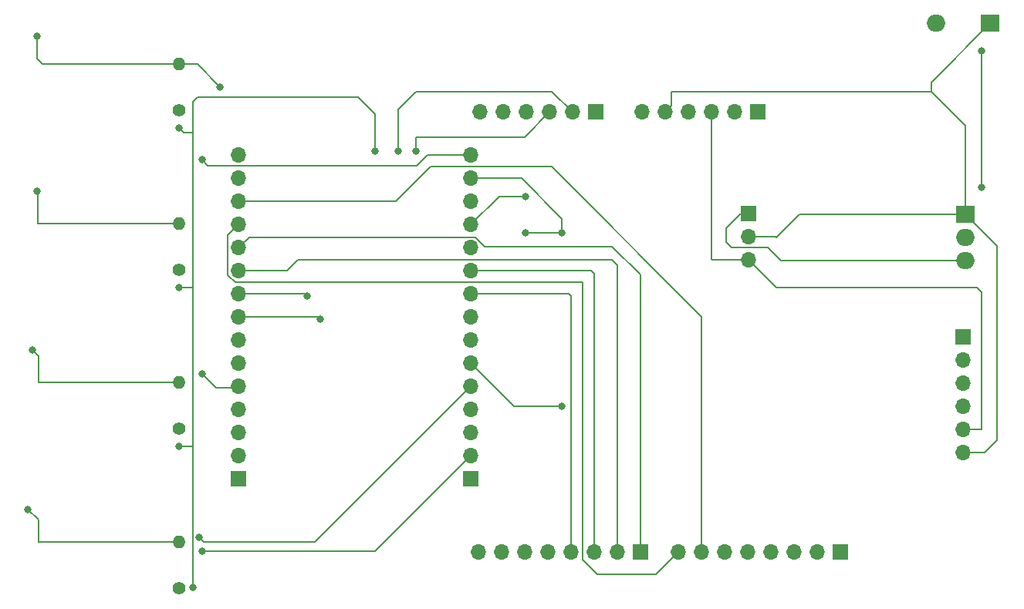
<source format=gbr>
%TF.GenerationSoftware,KiCad,Pcbnew,9.0.0*%
%TF.CreationDate,2025-03-21T00:34:27+09:00*%
%TF.ProjectId,osuino_v1,6f737569-6e6f-45f7-9631-2e6b69636164,rev?*%
%TF.SameCoordinates,Original*%
%TF.FileFunction,Copper,L1,Top*%
%TF.FilePolarity,Positive*%
%FSLAX46Y46*%
G04 Gerber Fmt 4.6, Leading zero omitted, Abs format (unit mm)*
G04 Created by KiCad (PCBNEW 9.0.0) date 2025-03-21 00:34:27*
%MOMM*%
%LPD*%
G01*
G04 APERTURE LIST*
%TA.AperFunction,ComponentPad*%
%ADD10R,2.000000X1.905000*%
%TD*%
%TA.AperFunction,ComponentPad*%
%ADD11O,2.000000X1.905000*%
%TD*%
%TA.AperFunction,ComponentPad*%
%ADD12C,1.400000*%
%TD*%
%TA.AperFunction,ComponentPad*%
%ADD13O,1.400000X1.400000*%
%TD*%
%TA.AperFunction,ComponentPad*%
%ADD14R,1.700000X1.700000*%
%TD*%
%TA.AperFunction,ComponentPad*%
%ADD15O,1.700000X1.700000*%
%TD*%
%TA.AperFunction,ViaPad*%
%ADD16C,0.800000*%
%TD*%
%TA.AperFunction,Conductor*%
%ADD17C,0.200000*%
%TD*%
G04 APERTURE END LIST*
D10*
%TO.P,U1,1,GND*%
%TO.N,GND*%
X199230000Y-85960000D03*
D11*
%TO.P,U1,2,VO*%
%TO.N,Net-(J5-Pin_15)*%
X199230000Y-88500000D03*
%TO.P,U1,3,VI*%
%TO.N,VCC*%
X199230000Y-91040000D03*
%TD*%
D12*
%TO.P,R2,1*%
%TO.N,GND*%
X113000000Y-92080000D03*
D13*
%TO.P,R2,2*%
%TO.N,Net-(J6-Pin_5)*%
X113000000Y-87000000D03*
%TD*%
D11*
%TO.P,,3,VI*%
%TO.N,VCC*%
X196000000Y-65000000D03*
%TD*%
D14*
%TO.P,J8,1,Pin_1*%
%TO.N,Net-(J5-Pin_8)*%
X199000000Y-99460000D03*
D15*
%TO.P,J8,2,Pin_2*%
%TO.N,Net-(J5-Pin_7)*%
X199000000Y-102000000D03*
%TO.P,J8,3,Pin_3*%
%TO.N,Net-(J5-Pin_1)*%
X199000000Y-104540000D03*
%TO.P,J8,4,Pin_4*%
%TO.N,Net-(J5-Pin_6)*%
X199000000Y-107080000D03*
%TO.P,J8,5,Pin_5*%
%TO.N,Net-(J3-Pin_3)*%
X199000000Y-109620000D03*
%TO.P,J8,6,Pin_6*%
%TO.N,GND*%
X199000000Y-112160000D03*
%TD*%
D14*
%TO.P,J3,1,Pin_1*%
%TO.N,unconnected-(J3-Pin_1-Pad1)*%
X176490000Y-74700000D03*
D15*
%TO.P,J3,2,Pin_2*%
%TO.N,unconnected-(J3-Pin_2-Pad2)*%
X173950000Y-74700000D03*
%TO.P,J3,3,Pin_3*%
%TO.N,Net-(J3-Pin_3)*%
X171410000Y-74700000D03*
%TO.P,J3,4,Pin_4*%
%TO.N,unconnected-(J3-Pin_4-Pad4)*%
X168870000Y-74700000D03*
%TO.P,J3,5,Pin_5*%
%TO.N,GND*%
X166330000Y-74700000D03*
%TO.P,J3,6,Pin_6*%
%TO.N,unconnected-(J3-Pin_6-Pad6)*%
X163790000Y-74700000D03*
%TD*%
D14*
%TO.P,J4,1,Pin_1*%
%TO.N,Net-(J4-Pin_1)*%
X158690000Y-74760000D03*
D15*
%TO.P,J4,2,Pin_2*%
%TO.N,Net-(J4-Pin_2)*%
X156150000Y-74760000D03*
%TO.P,J4,3,Pin_3*%
%TO.N,Net-(J4-Pin_3)*%
X153610000Y-74760000D03*
%TO.P,J4,4,Pin_4*%
%TO.N,Net-(J4-Pin_4)*%
X151070000Y-74760000D03*
%TO.P,J4,5,Pin_5*%
%TO.N,Net-(J4-Pin_5)*%
X148530000Y-74760000D03*
%TO.P,J4,6,Pin_6*%
%TO.N,unconnected-(J4-Pin_6-Pad6)*%
X145990000Y-74760000D03*
%TD*%
D12*
%TO.P,R3,1*%
%TO.N,GND*%
X113000000Y-109540000D03*
D13*
%TO.P,R3,2*%
%TO.N,Net-(J5-Pin_5)*%
X113000000Y-104460000D03*
%TD*%
D12*
%TO.P,R4,1*%
%TO.N,GND*%
X113000000Y-127040000D03*
D13*
%TO.P,R4,2*%
%TO.N,Net-(J5-Pin_2)*%
X113000000Y-121960000D03*
%TD*%
D14*
%TO.P,J1,1,Pin_1*%
%TO.N,unconnected-(J1-Pin_1-Pad1)*%
X185510000Y-123060000D03*
D15*
%TO.P,J1,2,Pin_2*%
%TO.N,unconnected-(J1-Pin_2-Pad2)*%
X182970000Y-123060000D03*
%TO.P,J1,3,Pin_3*%
%TO.N,unconnected-(J1-Pin_3-Pad3)*%
X180430000Y-123060000D03*
%TO.P,J1,4,Pin_4*%
%TO.N,unconnected-(J1-Pin_4-Pad4)*%
X177890000Y-123060000D03*
%TO.P,J1,5,Pin_5*%
%TO.N,unconnected-(J1-Pin_5-Pad5)*%
X175350000Y-123060000D03*
%TO.P,J1,6,Pin_6*%
%TO.N,unconnected-(J1-Pin_6-Pad6)*%
X172810000Y-123060000D03*
%TO.P,J1,7,Pin_7*%
%TO.N,Net-(J1-Pin_7)*%
X170270000Y-123060000D03*
%TO.P,J1,8,Pin_8*%
%TO.N,Net-(J1-Pin_8)*%
X167730000Y-123060000D03*
%TD*%
D10*
%TO.P,,1,GND*%
%TO.N,GND*%
X202000000Y-65000000D03*
%TD*%
D14*
%TO.P,J5,1,Pin_1*%
%TO.N,Net-(J5-Pin_1)*%
X145000000Y-115060000D03*
D15*
%TO.P,J5,2,Pin_2*%
%TO.N,Net-(J5-Pin_2)*%
X145000000Y-112520000D03*
%TO.P,J5,3,Pin_3*%
%TO.N,unconnected-(J5-Pin_3-Pad3)*%
X145000000Y-109980000D03*
%TO.P,J5,4,Pin_4*%
%TO.N,unconnected-(J5-Pin_4-Pad4)*%
X145000000Y-107440000D03*
%TO.P,J5,5,Pin_5*%
%TO.N,Net-(J5-Pin_5)*%
X145000000Y-104900000D03*
%TO.P,J5,6,Pin_6*%
%TO.N,Net-(J5-Pin_6)*%
X145000000Y-102360000D03*
%TO.P,J5,7,Pin_7*%
%TO.N,Net-(J5-Pin_7)*%
X145000000Y-99820000D03*
%TO.P,J5,8,Pin_8*%
%TO.N,Net-(J5-Pin_8)*%
X145000000Y-97280000D03*
%TO.P,J5,9,Pin_9*%
%TO.N,Net-(J2-Pin_4)*%
X145000000Y-94740000D03*
%TO.P,J5,10,Pin_10*%
%TO.N,Net-(J2-Pin_3)*%
X145000000Y-92200000D03*
%TO.P,J5,11,Pin_11*%
%TO.N,Net-(J4-Pin_2)*%
X145000000Y-89660000D03*
%TO.P,J5,12,Pin_12*%
%TO.N,Net-(J4-Pin_1)*%
X145000000Y-87120000D03*
%TO.P,J5,13,Pin_13*%
%TO.N,Net-(J4-Pin_3)*%
X145000000Y-84580000D03*
%TO.P,J5,14,Pin_14*%
%TO.N,GND*%
X145000000Y-82040000D03*
%TO.P,J5,15,Pin_15*%
%TO.N,Net-(J5-Pin_15)*%
X145000000Y-79500000D03*
%TD*%
D12*
%TO.P,R1,1*%
%TO.N,GND*%
X113000000Y-74580000D03*
D13*
%TO.P,R1,2*%
%TO.N,Net-(J6-Pin_4)*%
X113000000Y-69500000D03*
%TD*%
D14*
%TO.P,J7,1,Pin_1*%
%TO.N,VCC*%
X175500000Y-85920000D03*
D15*
%TO.P,J7,2,Pin_2*%
%TO.N,GND*%
X175500000Y-88460000D03*
%TO.P,J7,3,Pin_3*%
%TO.N,Net-(J3-Pin_3)*%
X175500000Y-91000000D03*
%TD*%
D14*
%TO.P,J6,1,Pin_1*%
%TO.N,unconnected-(J6-Pin_1-Pad1)*%
X119500000Y-115060000D03*
D15*
%TO.P,J6,2,Pin_2*%
%TO.N,unconnected-(J6-Pin_2-Pad2)*%
X119500000Y-112520000D03*
%TO.P,J6,3,Pin_3*%
%TO.N,unconnected-(J6-Pin_3-Pad3)*%
X119500000Y-109980000D03*
%TO.P,J6,4,Pin_4*%
%TO.N,Net-(J6-Pin_4)*%
X119500000Y-107440000D03*
%TO.P,J6,5,Pin_5*%
%TO.N,Net-(J6-Pin_5)*%
X119500000Y-104900000D03*
%TO.P,J6,6,Pin_6*%
%TO.N,Net-(J4-Pin_5)*%
X119500000Y-102360000D03*
%TO.P,J6,7,Pin_7*%
%TO.N,Net-(J4-Pin_4)*%
X119500000Y-99820000D03*
%TO.P,J6,8,Pin_8*%
%TO.N,Net-(J2-Pin_5)*%
X119500000Y-97280000D03*
%TO.P,J6,9,Pin_9*%
%TO.N,Net-(J2-Pin_6)*%
X119500000Y-94740000D03*
%TO.P,J6,10,Pin_10*%
%TO.N,Net-(J2-Pin_2)*%
X119500000Y-92200000D03*
%TO.P,J6,11,Pin_11*%
%TO.N,Net-(J2-Pin_1)*%
X119500000Y-89660000D03*
%TO.P,J6,12,Pin_12*%
%TO.N,Net-(J1-Pin_8)*%
X119500000Y-87120000D03*
%TO.P,J6,13,Pin_13*%
%TO.N,Net-(J1-Pin_7)*%
X119500000Y-84580000D03*
%TO.P,J6,14,Pin_14*%
%TO.N,unconnected-(J6-Pin_14-Pad14)*%
X119500000Y-82040000D03*
%TO.P,J6,15,Pin_15*%
%TO.N,unconnected-(J6-Pin_15-Pad15)*%
X119500000Y-79500000D03*
%TD*%
D14*
%TO.P,J2,1,Pin_1*%
%TO.N,Net-(J2-Pin_1)*%
X163610000Y-123070000D03*
D15*
%TO.P,J2,2,Pin_2*%
%TO.N,Net-(J2-Pin_2)*%
X161070000Y-123070000D03*
%TO.P,J2,3,Pin_3*%
%TO.N,Net-(J2-Pin_3)*%
X158530000Y-123070000D03*
%TO.P,J2,4,Pin_4*%
%TO.N,Net-(J2-Pin_4)*%
X155990000Y-123070000D03*
%TO.P,J2,5,Pin_5*%
%TO.N,Net-(J2-Pin_5)*%
X153450000Y-123070000D03*
%TO.P,J2,6,Pin_6*%
%TO.N,Net-(J2-Pin_6)*%
X150910000Y-123070000D03*
%TO.P,J2,7,Pin_7*%
%TO.N,unconnected-(J2-Pin_7-Pad7)*%
X148370000Y-123070000D03*
%TO.P,J2,8,Pin_8*%
%TO.N,unconnected-(J2-Pin_8-Pad8)*%
X145830000Y-123070000D03*
%TD*%
D16*
%TO.N,Net-(J5-Pin_2)*%
X115500000Y-123000000D03*
%TO.N,Net-(J5-Pin_5)*%
X115200000Y-121500000D03*
%TO.N,Net-(J6-Pin_4)*%
X97410000Y-66410000D03*
%TO.N,Net-(J6-Pin_5)*%
X97410000Y-83410000D03*
%TO.N,Net-(J5-Pin_5)*%
X96910000Y-100910000D03*
%TO.N,Net-(J5-Pin_2)*%
X96410000Y-118410000D03*
%TO.N,GND*%
X114500000Y-127000000D03*
X113000000Y-111500000D03*
X113000000Y-94000000D03*
X113000000Y-76500000D03*
%TO.N,Net-(J2-Pin_6)*%
X127000000Y-95000000D03*
%TO.N,Net-(J2-Pin_5)*%
X128500000Y-97500000D03*
%TO.N,Net-(J4-Pin_3)*%
X139000000Y-79000000D03*
%TO.N,Net-(J4-Pin_2)*%
X137000000Y-79000000D03*
%TO.N,Net-(J4-Pin_1)*%
X151000000Y-84000000D03*
%TO.N,Net-(J5-Pin_6)*%
X155000000Y-107080000D03*
%TO.N,Net-(J6-Pin_4)*%
X117500000Y-72000000D03*
%TO.N,Net-(J6-Pin_5)*%
X115500000Y-103500000D03*
%TO.N,VCC*%
X201000000Y-68000000D03*
X115500000Y-80000000D03*
X201000000Y-83000000D03*
%TO.N,GND*%
X134500000Y-79000000D03*
X155000000Y-88000000D03*
X151000000Y-88000000D03*
%TD*%
D17*
%TO.N,Net-(J5-Pin_5)*%
X127900000Y-122000000D02*
X145000000Y-104900000D01*
X115200000Y-121500000D02*
X115700000Y-122000000D01*
X115700000Y-122000000D02*
X127900000Y-122000000D01*
%TO.N,Net-(J6-Pin_4)*%
X102500000Y-69500000D02*
X98000000Y-69500000D01*
X97410000Y-66410000D02*
X97410000Y-68910000D01*
X97410000Y-68910000D02*
X98000000Y-69500000D01*
%TO.N,Net-(J6-Pin_5)*%
X97410000Y-83410000D02*
X97500000Y-83500000D01*
X97500000Y-83500000D02*
X97500000Y-87000000D01*
%TO.N,Net-(J5-Pin_5)*%
X96910000Y-100910000D02*
X97540000Y-101540000D01*
X97540000Y-101540000D02*
X97540000Y-104460000D01*
%TO.N,Net-(J5-Pin_2)*%
X97540000Y-121960000D02*
X97540000Y-119540000D01*
X97540000Y-119540000D02*
X96410000Y-118410000D01*
%TO.N,GND*%
X114500000Y-127000000D02*
X114500000Y-111500000D01*
X113000000Y-111500000D02*
X114500000Y-111500000D01*
X114500000Y-108040000D02*
X114500000Y-94000000D01*
X113000000Y-94000000D02*
X114500000Y-94000000D01*
X114500000Y-90500000D02*
X114500000Y-77000000D01*
X113500000Y-77000000D02*
X114500000Y-77000000D01*
X113000000Y-76500000D02*
X113500000Y-77000000D01*
X114500000Y-77000000D02*
X114500000Y-73580000D01*
X114500000Y-73580000D02*
X115000000Y-73080000D01*
%TO.N,Net-(J1-Pin_8)*%
X118349000Y-92676760D02*
X118349000Y-88271000D01*
X158830000Y-125500000D02*
X157230000Y-123900000D01*
X119118340Y-93446100D02*
X118349000Y-92676760D01*
X157230000Y-93446100D02*
X119118340Y-93446100D01*
X167730000Y-123060000D02*
X165290000Y-125500000D01*
X118349000Y-88271000D02*
X119500000Y-87120000D01*
X157230000Y-123900000D02*
X157230000Y-93446100D01*
X165290000Y-125500000D02*
X158830000Y-125500000D01*
%TO.N,Net-(J1-Pin_7)*%
X170270000Y-123060000D02*
X170270000Y-97202900D01*
X140560000Y-80770000D02*
X136750000Y-84580000D01*
X153837100Y-80770000D02*
X140560000Y-80770000D01*
X170270000Y-97202900D02*
X153837100Y-80770000D01*
X136750000Y-84580000D02*
X119500000Y-84580000D01*
%TO.N,Net-(J2-Pin_1)*%
X120651000Y-88509000D02*
X119500000Y-89660000D01*
X163610000Y-123070000D02*
X163610000Y-92610000D01*
X146467760Y-89500000D02*
X145476760Y-88509000D01*
X160500000Y-89500000D02*
X146467760Y-89500000D01*
X163610000Y-92610000D02*
X160500000Y-89500000D01*
X145476760Y-88509000D02*
X120651000Y-88509000D01*
%TO.N,Net-(J2-Pin_6)*%
X126740000Y-94740000D02*
X119500000Y-94740000D01*
X127000000Y-95000000D02*
X126740000Y-94740000D01*
%TO.N,Net-(J2-Pin_2)*%
X160500000Y-91000000D02*
X161070000Y-91570000D01*
X126000000Y-91000000D02*
X160500000Y-91000000D01*
X119500000Y-92200000D02*
X124800000Y-92200000D01*
X161070000Y-91570000D02*
X161070000Y-123070000D01*
X124800000Y-92200000D02*
X126000000Y-91000000D01*
%TO.N,Net-(J2-Pin_5)*%
X128500000Y-97500000D02*
X128280000Y-97280000D01*
X128280000Y-97280000D02*
X119500000Y-97280000D01*
%TO.N,Net-(J3-Pin_3)*%
X201000000Y-109610000D02*
X199010000Y-109610000D01*
X171500000Y-91000000D02*
X171410000Y-90910000D01*
X199010000Y-109610000D02*
X199000000Y-109620000D01*
X200500000Y-94000000D02*
X201000000Y-94500000D01*
X175500000Y-91000000D02*
X178500000Y-94000000D01*
X175500000Y-91000000D02*
X171500000Y-91000000D01*
X171410000Y-90910000D02*
X171410000Y-74700000D01*
X201000000Y-94500000D02*
X201000000Y-109610000D01*
X178500000Y-94000000D02*
X200500000Y-94000000D01*
%TO.N,Net-(J4-Pin_3)*%
X150870000Y-77500000D02*
X139000000Y-77500000D01*
X139000000Y-77500000D02*
X139000000Y-79000000D01*
X153610000Y-74760000D02*
X150870000Y-77500000D01*
%TO.N,Net-(J4-Pin_2)*%
X139000000Y-72500000D02*
X137000000Y-74500000D01*
X156150000Y-74760000D02*
X153890000Y-72500000D01*
X153890000Y-72500000D02*
X139000000Y-72500000D01*
X137000000Y-74500000D02*
X137000000Y-79000000D01*
%TO.N,Net-(J4-Pin_1)*%
X148120000Y-84000000D02*
X145000000Y-87120000D01*
X151000000Y-84000000D02*
X148120000Y-84000000D01*
%TO.N,Net-(J5-Pin_5)*%
X113000000Y-104460000D02*
X97540000Y-104460000D01*
%TO.N,Net-(J5-Pin_2)*%
X113000000Y-121960000D02*
X97540000Y-121960000D01*
%TO.N,Net-(J5-Pin_6)*%
X149720000Y-107080000D02*
X145000000Y-102360000D01*
X155000000Y-107080000D02*
X149720000Y-107080000D01*
%TO.N,Net-(J6-Pin_4)*%
X115000000Y-69500000D02*
X117500000Y-72000000D01*
X113000000Y-69500000D02*
X115000000Y-69500000D01*
X113000000Y-69500000D02*
X102500000Y-69500000D01*
%TO.N,Net-(J6-Pin_5)*%
X119400000Y-105000000D02*
X119500000Y-104900000D01*
X113000000Y-87000000D02*
X97500000Y-87000000D01*
X115500000Y-103500000D02*
X117000000Y-105000000D01*
X117000000Y-105000000D02*
X119400000Y-105000000D01*
%TO.N,VCC*%
X201000000Y-68000000D02*
X201000000Y-83000000D01*
X173000000Y-87500000D02*
X173000000Y-89000000D01*
X173000000Y-89000000D02*
X173611000Y-89611000D01*
X174580000Y-85920000D02*
X173000000Y-87500000D01*
X179040000Y-91040000D02*
X199230000Y-91040000D01*
X139069000Y-80651000D02*
X140220000Y-79500000D01*
X116151000Y-80651000D02*
X139069000Y-80651000D01*
X177611000Y-89611000D02*
X179040000Y-91040000D01*
X175500000Y-85920000D02*
X174580000Y-85920000D01*
X115500000Y-80000000D02*
X116151000Y-80651000D01*
X140220000Y-79500000D02*
X145000000Y-79500000D01*
X173611000Y-89611000D02*
X177611000Y-89611000D01*
%TO.N,Net-(J2-Pin_4)*%
X155990000Y-95010000D02*
X156000000Y-95000000D01*
X156000000Y-95000000D02*
X155740000Y-94740000D01*
X155990000Y-123070000D02*
X155990000Y-95010000D01*
X155740000Y-94740000D02*
X145000000Y-94740000D01*
%TO.N,GND*%
X199000000Y-112160000D02*
X201340000Y-112160000D01*
X195500000Y-72500000D02*
X167000000Y-72500000D01*
X132580000Y-73080000D02*
X134500000Y-75000000D01*
X181040000Y-85960000D02*
X178500000Y-88500000D01*
X199230000Y-85960000D02*
X199230000Y-76230000D01*
X199230000Y-85960000D02*
X181040000Y-85960000D01*
X134500000Y-75000000D02*
X134500000Y-79000000D01*
X178460000Y-88460000D02*
X175500000Y-88460000D01*
X178500000Y-88500000D02*
X178460000Y-88460000D01*
X150540000Y-82040000D02*
X155000000Y-86500000D01*
X145000000Y-82040000D02*
X150540000Y-82040000D01*
X114500000Y-108000000D02*
X114500000Y-108040000D01*
X195500000Y-71500000D02*
X195500000Y-72500000D01*
X114500000Y-94000000D02*
X114500000Y-90500000D01*
X155000000Y-86500000D02*
X155000000Y-88000000D01*
X115000000Y-73080000D02*
X132580000Y-73080000D01*
X201340000Y-112160000D02*
X202730000Y-110770000D01*
X202730000Y-89460000D02*
X199230000Y-85960000D01*
X202000000Y-65000000D02*
X195500000Y-71500000D01*
X202730000Y-110770000D02*
X202730000Y-89460000D01*
X167000000Y-74030000D02*
X166330000Y-74700000D01*
X114500000Y-111500000D02*
X114500000Y-108000000D01*
X167000000Y-72500000D02*
X167000000Y-74030000D01*
X151000000Y-88000000D02*
X155000000Y-88000000D01*
X199230000Y-76230000D02*
X195500000Y-72500000D01*
%TO.N,Net-(J2-Pin_3)*%
X158200000Y-92200000D02*
X145000000Y-92200000D01*
X158530000Y-123070000D02*
X158530000Y-92530000D01*
X158530000Y-92530000D02*
X158200000Y-92200000D01*
%TO.N,Net-(J5-Pin_2)*%
X134520000Y-123000000D02*
X145000000Y-112520000D01*
X115500000Y-123000000D02*
X134520000Y-123000000D01*
%TD*%
M02*

</source>
